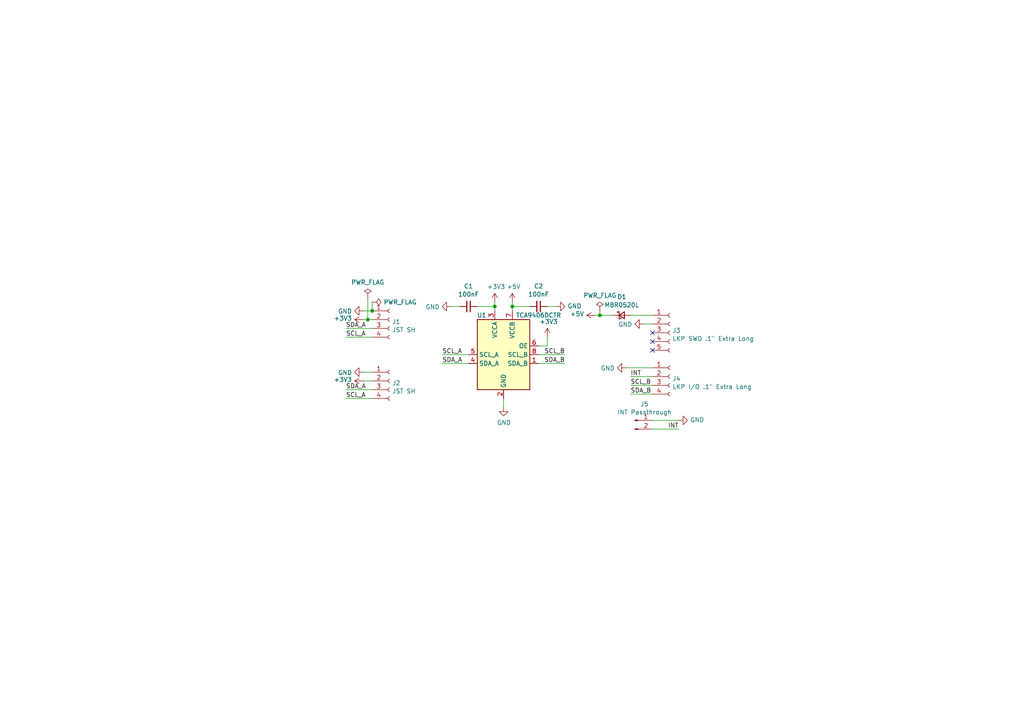
<source format=kicad_sch>
(kicad_sch (version 20211123) (generator eeschema)
  (paper "A4")
  (title_block (title "LKP-IF-Qwiic") (date "2021-03-01") (company "dogtopus"))
  (lib_symbols
    (symbol "Connector:Conn_01x02_Male" (pin_names (offset 1.016) hide)
      (property "Reference" "J" (at 0 2.54 0))
      (property "Value" "Conn_01x02_Male" (at 0 -5.08 0))
      (symbol "Conn_01x02_Male_1_1"
        (polyline (pts (xy 1.27 -2.54) (xy 0.8636 -2.54)) (stroke (width 0.1524)))
        (polyline (pts (xy 1.27 0) (xy 0.8636 0)) (stroke (width 0.1524)))
        (rectangle (start 0.8636 -2.413) (end 0 -2.667) (stroke (width 0.1524)) (fill (type outline)))
        (rectangle (start 0.8636 0.127) (end 0 -0.127) (stroke (width 0.1524)) (fill (type outline)))
        (pin passive line (at 5.08 0 180) (length 3.81) (name "Pin_1") (number "1"))
        (pin passive line (at 5.08 -2.54 180) (length 3.81) (name "Pin_2") (number "2"))
      )
    )
    (symbol "Connector:Conn_01x04_Female" (pin_names (offset 1.016) hide)
      (property "Reference" "J" (at 0 5.08 0))
      (property "Value" "Conn_01x04_Female" (at 0 -7.62 0))
      (symbol "Conn_01x04_Female_1_1"
        (arc (start 0 -4.572) (mid -0.508 -5.08) (end 0 -5.588) (stroke (width 0.1524)))
        (arc (start 0 -2.032) (mid -0.508 -2.54) (end 0 -3.048) (stroke (width 0.1524)))
        (polyline (pts (xy -1.27 -5.08) (xy -0.508 -5.08)) (stroke (width 0.1524)))
        (polyline (pts (xy -1.27 -2.54) (xy -0.508 -2.54)) (stroke (width 0.1524)))
        (polyline (pts (xy -1.27 0) (xy -0.508 0)) (stroke (width 0.1524)))
        (polyline (pts (xy -1.27 2.54) (xy -0.508 2.54)) (stroke (width 0.1524)))
        (arc (start 0 0.508) (mid -0.508 0) (end 0 -0.508) (stroke (width 0.1524)))
        (arc (start 0 3.048) (mid -0.508 2.54) (end 0 2.032) (stroke (width 0.1524)))
        (pin passive line (at -5.08 2.54 0) (length 3.81) (name "Pin_1") (number "1"))
        (pin passive line (at -5.08 0 0) (length 3.81) (name "Pin_2") (number "2"))
        (pin passive line (at -5.08 -2.54 0) (length 3.81) (name "Pin_3") (number "3"))
        (pin passive line (at -5.08 -5.08 0) (length 3.81) (name "Pin_4") (number "4"))
      )
    )
    (symbol "Connector:Conn_01x05_Female" (pin_names (offset 1.016) hide)
      (property "Reference" "J" (at 0 7.62 0))
      (property "Value" "Conn_01x05_Female" (at 0 -7.62 0))
      (symbol "Conn_01x05_Female_1_1"
        (arc (start 0 -4.572) (mid -0.508 -5.08) (end 0 -5.588) (stroke (width 0.1524)))
        (arc (start 0 -2.032) (mid -0.508 -2.54) (end 0 -3.048) (stroke (width 0.1524)))
        (polyline (pts (xy -1.27 -5.08) (xy -0.508 -5.08)) (stroke (width 0.1524)))
        (polyline (pts (xy -1.27 -2.54) (xy -0.508 -2.54)) (stroke (width 0.1524)))
        (polyline (pts (xy -1.27 0) (xy -0.508 0)) (stroke (width 0.1524)))
        (polyline (pts (xy -1.27 2.54) (xy -0.508 2.54)) (stroke (width 0.1524)))
        (polyline (pts (xy -1.27 5.08) (xy -0.508 5.08)) (stroke (width 0.1524)))
        (arc (start 0 0.508) (mid -0.508 0) (end 0 -0.508) (stroke (width 0.1524)))
        (arc (start 0 3.048) (mid -0.508 2.54) (end 0 2.032) (stroke (width 0.1524)))
        (arc (start 0 5.588) (mid -0.508 5.08) (end 0 4.572) (stroke (width 0.1524)))
        (pin passive line (at -5.08 5.08 0) (length 3.81) (name "Pin_1") (number "1"))
        (pin passive line (at -5.08 2.54 0) (length 3.81) (name "Pin_2") (number "2"))
        (pin passive line (at -5.08 0 0) (length 3.81) (name "Pin_3") (number "3"))
        (pin passive line (at -5.08 -2.54 0) (length 3.81) (name "Pin_4") (number "4"))
        (pin passive line (at -5.08 -5.08 0) (length 3.81) (name "Pin_5") (number "5"))
      )
    )
    (symbol "Device:C_Small" (pin_numbers hide) (pin_names (offset 0.254) hide)
      (property "Reference" "C" (at 0.254 1.778 0))
      (property "Value" "C_Small" (at 0.254 -2.032 0))
      (symbol "C_Small_0_1"
        (polyline (pts (xy -1.524 -0.508) (xy 1.524 -0.508)) (stroke (width 0.3302)))
        (polyline (pts (xy -1.524 0.508) (xy 1.524 0.508)) (stroke (width 0.3048)))
      )
      (symbol "C_Small_1_1"
        (pin passive line (at 0 2.54 270) (length 2.032) (name "~") (number "1"))
        (pin passive line (at 0 -2.54 90) (length 2.032) (name "~") (number "2"))
      )
    )
    (symbol "Device:D_Schottky_Small" (pin_numbers hide) (pin_names (offset 0.254) hide)
      (property "Reference" "D" (at -1.27 2.032 0))
      (property "Value" "D_Schottky_Small" (at -7.112 -2.032 0))
      (symbol "D_Schottky_Small_0_1"
        (polyline (pts (xy -0.762 0) (xy 0.762 0)))
        (polyline (pts (xy 0.762 -1.016) (xy -0.762 0) (xy 0.762 1.016) (xy 0.762 -1.016)) (stroke (width 0.254)))
        (polyline (pts (xy -1.27 0.762) (xy -1.27 1.016) (xy -0.762 1.016) (xy -0.762 -1.016) (xy -0.254 -1.016) (xy -0.254 -0.762)) (stroke (width 0.254)))
      )
      (symbol "D_Schottky_Small_1_1"
        (pin passive line (at -2.54 0 0) (length 1.778) (name "K") (number "1"))
        (pin passive line (at 2.54 0 180) (length 1.778) (name "A") (number "2"))
      )
    )
    (symbol "Interface:TCA9406DC"
      (property "Reference" "U" (at -7.62 11.43 0))
      (property "Value" "TCA9406DC" (at 5.08 11.43 0))
      (symbol "TCA9406DC_0_1"
        (rectangle (start -7.62 10.16) (end 7.62 -10.16) (stroke (width 0.254)) (fill (type background)))
      )
      (symbol "TCA9406DC_1_1"
        (pin bidirectional line (at 10.16 -2.54 180) (length 2.54) (name "SDA_B") (number "1"))
        (pin power_in line (at 0 -12.7 90) (length 2.54) (name "GND") (number "2"))
        (pin power_in line (at -2.54 12.7 270) (length 2.54) (name "VCCA") (number "3"))
        (pin bidirectional line (at -10.16 -2.54 0) (length 2.54) (name "SDA_A") (number "4"))
        (pin bidirectional line (at -10.16 0 0) (length 2.54) (name "SCL_A") (number "5"))
        (pin input line (at 10.16 2.54 180) (length 2.54) (name "OE") (number "6"))
        (pin power_in line (at 2.54 12.7 270) (length 2.54) (name "VCCB") (number "7"))
        (pin bidirectional line (at 10.16 0 180) (length 2.54) (name "SCL_B") (number "8"))
      )
    )
    (symbol "power:+3V3" (power) (pin_names (offset 0))
      (property "Value" "+3V3" (at 0 3.556 0))
      (symbol "+3V3_0_1"
        (polyline (pts (xy -0.762 1.27) (xy 0 2.54)))
        (polyline (pts (xy 0 0) (xy 0 2.54)))
        (polyline (pts (xy 0 2.54) (xy 0.762 1.27)))
      )
      (symbol "+3V3_1_1"
        (pin power_in line (at 0 0 90) (length 0) hide (name "+3V3") (number "1"))
      )
    )
    (symbol "power:+5V" (power) (pin_names (offset 0))
      (property "Value" "+5V" (at 0 3.556 0))
      (symbol "+5V_0_1"
        (polyline (pts (xy -0.762 1.27) (xy 0 2.54)))
        (polyline (pts (xy 0 0) (xy 0 2.54)))
        (polyline (pts (xy 0 2.54) (xy 0.762 1.27)))
      )
      (symbol "+5V_1_1"
        (pin power_in line (at 0 0 90) (length 0) hide (name "+5V") (number "1"))
      )
    )
    (symbol "power:GND" (power) (pin_names (offset 0))
      (property "Value" "GND" (at 0 -3.81 0))
      (symbol "GND_0_1"
        (polyline (pts (xy 0 0) (xy 0 -1.27) (xy 1.27 -1.27) (xy 0 -2.54) (xy -1.27 -1.27) (xy 0 -1.27)))
      )
      (symbol "GND_1_1"
        (pin power_in line (at 0 0 270) (length 0) hide (name "GND") (number "1"))
      )
    )
    (symbol "power:PWR_FLAG" (power) (pin_numbers hide) (pin_names (offset 0) hide)
      (property "Value" "PWR_FLAG" (at 0 3.81 0))
      (symbol "PWR_FLAG_0_0"
        (pin power_out line (at 0 0 90) (length 0) (name "pwr") (number "1"))
      )
      (symbol "PWR_FLAG_0_1"
        (polyline (pts (xy 0 0) (xy 0 1.27) (xy -1.016 1.905) (xy 0 2.54) (xy 1.016 1.905) (xy 0 1.27)))
      )
    )
  )
  (junction (at 173.99 91.44))
  (junction (at 148.59 88.9))
  (junction (at 107.95 90.17))
  (junction (at 106.68 92.71))
  (junction (at 143.51 88.9))
  (no_connect (at 189.23 101.6))
  (no_connect (at 189.23 99.06))
  (no_connect (at 189.23 96.52))
  (wire (pts (xy 106.68 86.36) (xy 106.68 92.71)))
  (wire (pts (xy 173.99 90.17) (xy 173.99 91.44)))
  (wire (pts (xy 158.75 88.9) (xy 161.29 88.9)))
  (wire (pts (xy 181.61 106.68) (xy 189.23 106.68)))
  (wire (pts (xy 148.59 88.9) (xy 148.59 90.17)))
  (wire (pts (xy 138.43 88.9) (xy 143.51 88.9)))
  (wire (pts (xy 182.88 109.22) (xy 189.23 109.22)))
  (wire (pts (xy 163.83 102.87) (xy 156.21 102.87)))
  (wire (pts (xy 143.51 88.9) (xy 143.51 90.17)))
  (wire (pts (xy 105.41 90.17) (xy 107.95 90.17)))
  (wire (pts (xy 196.85 124.46) (xy 189.23 124.46)))
  (wire (pts (xy 107.95 97.79) (xy 100.33 97.79)))
  (wire (pts (xy 107.95 90.17) (xy 107.95 87.63)))
  (wire (pts (xy 182.88 91.44) (xy 189.23 91.44)))
  (wire (pts (xy 105.41 107.95) (xy 107.95 107.95)))
  (wire (pts (xy 143.51 87.63) (xy 143.51 88.9)))
  (wire (pts (xy 100.33 95.25) (xy 107.95 95.25)))
  (wire (pts (xy 189.23 121.92) (xy 196.85 121.92)))
  (wire (pts (xy 158.75 100.33) (xy 158.75 97.79)))
  (wire (pts (xy 106.68 92.71) (xy 105.41 92.71)))
  (wire (pts (xy 128.27 105.41) (xy 135.89 105.41)))
  (wire (pts (xy 156.21 105.41) (xy 163.83 105.41)))
  (wire (pts (xy 133.35 88.9) (xy 130.81 88.9)))
  (wire (pts (xy 173.99 91.44) (xy 177.8 91.44)))
  (wire (pts (xy 156.21 100.33) (xy 158.75 100.33)))
  (wire (pts (xy 107.95 92.71) (xy 106.68 92.71)))
  (wire (pts (xy 148.59 87.63) (xy 148.59 88.9)))
  (wire (pts (xy 148.59 88.9) (xy 153.67 88.9)))
  (wire (pts (xy 189.23 114.3) (xy 182.88 114.3)))
  (wire (pts (xy 100.33 113.03) (xy 107.95 113.03)))
  (wire (pts (xy 182.88 111.76) (xy 189.23 111.76)))
  (wire (pts (xy 107.95 110.49) (xy 105.41 110.49)))
  (wire (pts (xy 172.72 91.44) (xy 173.99 91.44)))
  (wire (pts (xy 128.27 102.87) (xy 135.89 102.87)))
  (wire (pts (xy 189.23 93.98) (xy 186.69 93.98)))
  (wire (pts (xy 100.33 115.57) (xy 107.95 115.57)))
  (wire (pts (xy 146.05 115.57) (xy 146.05 118.11)))
  (label "INT" (at 182.88 109.22 0))
  (label "SCL_B" (at 182.88 111.76 0))
  (label "SCL_A" (at 100.33 97.79 0))
  (label "SDA_B" (at 182.88 114.3 0))
  (label "SCL_B" (at 163.83 102.87 180))
  (label "SDA_A" (at 128.27 105.41 0))
  (label "SDA_B" (at 163.83 105.41 180))
  (label "INT" (at 196.85 124.46 180))
  (label "SCL_A" (at 100.33 115.57 0))
  (label "SDA_A" (at 100.33 113.03 0))
  (label "SCL_A" (at 128.27 102.87 0))
  (label "SDA_A" (at 100.33 95.25 0))
  (symbol (lib_id "Interface:TCA9406DC") (at 146.05 102.87 0) (unit 1)
    (property "Reference" "U1" (at 139.7 91.44 0))
    (property "Value" "TCA9406DCTR" (at 156.21 91.44 0))
    (property "Footprint" "Package_SO:SSOP-8_2.95x2.8mm_P0.65mm" (effects hide))
    (property "Datasheet" "www.ti.com/lit/ds/symlink/tca9406.pdf" (effects hide))
  )
  (symbol (lib_id "Connector:Conn_01x04_Female") (at 113.03 110.49 0) (unit 1)
    (property "Reference" "J2" (at 113.7412 111.0996 0) (effects (justify left)))
    (property "Value" "JST SH" (at 113.7412 113.4618 0) (effects (justify left)))
    (property "Footprint" "Connector_JST:JST_SH_SM04B-SRSS-TB_1x04-1MP_P1.00mm_Horizontal" (effects hide))
  )
  (symbol (lib_id "Connector:Conn_01x04_Female") (at 113.03 92.71 0) (unit 1)
    (property "Reference" "J1" (at 113.7412 93.3196 0) (effects (justify left)))
    (property "Value" "JST SH" (at 113.7412 95.6818 0) (effects (justify left)))
    (property "Footprint" "Connector_JST:JST_SH_SM04B-SRSS-TB_1x04-1MP_P1.00mm_Horizontal" (effects hide))
  )
  (symbol (lib_id "power:+3V3") (at 105.41 92.71 90) (unit 1)
    (property "Reference" "#PWR0101" (effects hide))
    (property "Value" "+3V3" (at 102.108 92.329 90) (effects (justify left)))
  )
  (symbol (lib_id "power:GND") (at 105.41 90.17 270) (unit 1)
    (property "Reference" "#PWR0102" (effects hide))
    (property "Value" "GND" (at 102.108 90.297 90) (effects (justify right)))
  )
  (symbol (lib_id "power:+3V3") (at 105.41 110.49 90) (unit 1)
    (property "Reference" "#PWR0103" (effects hide))
    (property "Value" "+3V3" (at 102.108 110.109 90) (effects (justify left)))
  )
  (symbol (lib_id "power:GND") (at 105.41 107.95 270) (unit 1)
    (property "Reference" "#PWR0104" (effects hide))
    (property "Value" "GND" (at 102.108 108.077 90) (effects (justify right)))
  )
  (symbol (lib_id "power:+3V3") (at 143.51 87.63 0) (unit 1)
    (property "Reference" "#PWR0105" (effects hide))
    (property "Value" "+3V3" (at 143.891 83.1596 0))
  )
  (symbol (lib_id "Device:C_Small") (at 135.89 88.9 270) (unit 1)
    (property "Reference" "C1" (at 135.89 83.0072 90))
    (property "Value" "100nF" (at 135.89 85.3694 90))
    (property "Footprint" "Capacitor_SMD:C_0603_1608Metric" (effects hide))
  )
  (symbol (lib_id "power:GND") (at 130.81 88.9 270) (unit 1)
    (property "Reference" "#PWR0106" (effects hide))
    (property "Value" "GND" (at 127.508 89.027 90) (effects (justify right)))
  )
  (symbol (lib_id "power:+5V") (at 148.59 87.63 0) (unit 1)
    (property "Reference" "#PWR0107" (effects hide))
    (property "Value" "+5V" (at 148.971 83.1596 0))
  )
  (symbol (lib_id "Device:C_Small") (at 156.21 88.9 270) (unit 1)
    (property "Reference" "C2" (at 156.21 83.0072 90))
    (property "Value" "100nF" (at 156.21 85.3694 90))
    (property "Footprint" "Capacitor_SMD:C_0603_1608Metric" (effects hide))
  )
  (symbol (lib_id "power:GND") (at 161.29 88.9 90) (unit 1)
    (property "Reference" "#PWR0108" (effects hide))
    (property "Value" "GND" (at 164.592 88.773 90) (effects (justify right)))
  )
  (symbol (lib_id "Connector:Conn_01x05_Female") (at 194.31 96.52 0) (unit 1)
    (property "Reference" "J3" (at 195.0212 95.8596 0) (effects (justify left)))
    (property "Value" "LKP SWD .1\" Extra Long" (at 195.0212 98.2218 0) (effects (justify left)))
    (property "Footprint" "Connector_PinSocket_2.54mm:PinSocket_1x05_P2.54mm_Vertical" (effects hide))
  )
  (symbol (lib_id "power:+5V") (at 172.72 91.44 90) (unit 1)
    (property "Reference" "#PWR0109" (effects hide))
    (property "Value" "+5V" (at 169.418 91.059 90) (effects (justify left)))
  )
  (symbol (lib_id "power:GND") (at 186.69 93.98 270) (unit 1)
    (property "Reference" "#PWR0110" (effects hide))
    (property "Value" "GND" (at 183.388 94.107 90) (effects (justify right)))
  )
  (symbol (lib_id "Connector:Conn_01x04_Female") (at 194.31 109.22 0) (unit 1)
    (property "Reference" "J4" (at 195.0212 109.8296 0) (effects (justify left)))
    (property "Value" "LKP I/O .1\" Extra Long" (at 195.0212 112.1918 0) (effects (justify left)))
    (property "Footprint" "Connector_PinSocket_2.54mm:PinSocket_1x04_P2.54mm_Vertical" (effects hide))
  )
  (symbol (lib_id "power:GND") (at 181.61 106.68 270) (unit 1)
    (property "Reference" "#PWR0111" (effects hide))
    (property "Value" "GND" (at 178.308 106.807 90) (effects (justify right)))
  )
  (symbol (lib_id "power:GND") (at 146.05 118.11 0) (unit 1)
    (property "Reference" "#PWR0112" (effects hide))
    (property "Value" "GND" (at 146.177 122.5804 0))
  )
  (symbol (lib_id "power:+3V3") (at 158.75 97.79 0) (unit 1)
    (property "Reference" "#PWR0113" (effects hide))
    (property "Value" "+3V3" (at 159.131 93.3196 0))
  )
  (symbol (lib_id "Device:D_Schottky_Small") (at 180.34 91.44 0) (unit 1)
    (property "Reference" "D1" (at 180.34 86.106 0))
    (property "Value" "MBR0520L" (at 180.34 88.4682 0))
    (property "Footprint" "Diode_SMD:D_SOD-123" (effects hide))
  )
  (symbol (lib_id "power:PWR_FLAG") (at 106.68 86.36 0) (unit 1)
    (property "Reference" "#FLG0101" (effects hide))
    (property "Value" "PWR_FLAG" (at 106.68 81.8896 0))
  )
  (symbol (lib_id "power:PWR_FLAG") (at 173.99 90.17 0) (unit 1)
    (property "Reference" "#FLG0102" (effects hide))
    (property "Value" "PWR_FLAG" (at 173.99 85.6996 0))
  )
  (symbol (lib_id "power:PWR_FLAG") (at 107.95 87.63 270) (unit 1)
    (property "Reference" "#FLG0103" (effects hide))
    (property "Value" "PWR_FLAG" (at 111.252 87.63 90) (effects (justify left)))
  )
  (symbol (lib_id "Connector:Conn_01x02_Male") (at 184.15 121.92 0) (unit 1)
    (property "Reference" "J5" (at 186.9186 117.1956 0))
    (property "Value" "INT Passthrough" (at 186.9186 119.5578 0))
    (property "Footprint" "Connector_PinHeader_2.54mm:PinHeader_1x02_P2.54mm_Vertical" (effects hide))
  )
  (symbol (lib_id "power:GND") (at 196.85 121.92 90) (unit 1)
    (property "Reference" "#PWR0114" (effects hide))
    (property "Value" "GND" (at 200.152 121.793 90) (effects (justify right)))
  )
)
</source>
